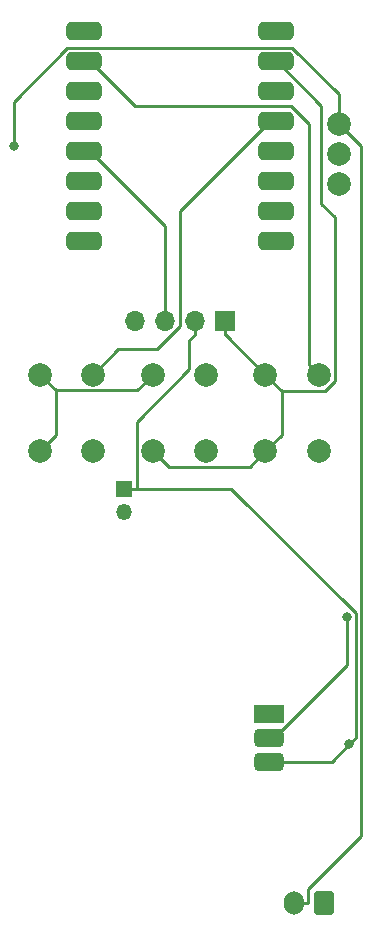
<source format=gbr>
%TF.GenerationSoftware,KiCad,Pcbnew,7.0.7*%
%TF.CreationDate,2024-05-12T05:58:01-05:00*%
%TF.ProjectId,ThinkTankTimerVote,5468696e-6b54-4616-9e6b-54696d657256,rev?*%
%TF.SameCoordinates,Original*%
%TF.FileFunction,Copper,L2,Bot*%
%TF.FilePolarity,Positive*%
%FSLAX46Y46*%
G04 Gerber Fmt 4.6, Leading zero omitted, Abs format (unit mm)*
G04 Created by KiCad (PCBNEW 7.0.7) date 2024-05-12 05:58:01*
%MOMM*%
%LPD*%
G01*
G04 APERTURE LIST*
G04 Aperture macros list*
%AMRoundRect*
0 Rectangle with rounded corners*
0 $1 Rounding radius*
0 $2 $3 $4 $5 $6 $7 $8 $9 X,Y pos of 4 corners*
0 Add a 4 corners polygon primitive as box body*
4,1,4,$2,$3,$4,$5,$6,$7,$8,$9,$2,$3,0*
0 Add four circle primitives for the rounded corners*
1,1,$1+$1,$2,$3*
1,1,$1+$1,$4,$5*
1,1,$1+$1,$6,$7*
1,1,$1+$1,$8,$9*
0 Add four rect primitives between the rounded corners*
20,1,$1+$1,$2,$3,$4,$5,0*
20,1,$1+$1,$4,$5,$6,$7,0*
20,1,$1+$1,$6,$7,$8,$9,0*
20,1,$1+$1,$8,$9,$2,$3,0*%
G04 Aperture macros list end*
%TA.AperFunction,ComponentPad*%
%ADD10C,2.000000*%
%TD*%
%TA.AperFunction,ComponentPad*%
%ADD11R,1.700000X1.700000*%
%TD*%
%TA.AperFunction,ComponentPad*%
%ADD12O,1.700000X1.700000*%
%TD*%
%TA.AperFunction,ComponentPad*%
%ADD13RoundRect,0.381000X-1.119000X-0.381000X1.119000X-0.381000X1.119000X0.381000X-1.119000X0.381000X0*%
%TD*%
%TA.AperFunction,ComponentPad*%
%ADD14R,2.524000X1.524000*%
%TD*%
%TA.AperFunction,ComponentPad*%
%ADD15RoundRect,0.381000X-0.881000X-0.381000X0.881000X-0.381000X0.881000X0.381000X-0.881000X0.381000X0*%
%TD*%
%TA.AperFunction,ComponentPad*%
%ADD16RoundRect,0.250000X0.600000X0.750000X-0.600000X0.750000X-0.600000X-0.750000X0.600000X-0.750000X0*%
%TD*%
%TA.AperFunction,ComponentPad*%
%ADD17O,1.700000X2.000000*%
%TD*%
%TA.AperFunction,ComponentPad*%
%ADD18R,1.350000X1.350000*%
%TD*%
%TA.AperFunction,ComponentPad*%
%ADD19O,1.350000X1.350000*%
%TD*%
%TA.AperFunction,ViaPad*%
%ADD20C,0.800000*%
%TD*%
%TA.AperFunction,Conductor*%
%ADD21C,0.250000*%
%TD*%
G04 APERTURE END LIST*
D10*
%TO.P,SW3,1,1*%
%TO.N,GND*%
X182245000Y-105410000D03*
X182245000Y-98910000D03*
%TO.P,SW3,2,2*%
%TO.N,Middle*%
X186745000Y-105410000D03*
X186745000Y-98910000D03*
%TD*%
%TO.P,SW2,1,1*%
%TO.N,GND*%
X172665000Y-105410000D03*
X172665000Y-98910000D03*
%TO.P,SW2,2,2*%
%TO.N,Left*%
X177165000Y-105410000D03*
X177165000Y-98910000D03*
%TD*%
D11*
%TO.P,J4,1,Pin_1*%
%TO.N,GND*%
X188341000Y-94361000D03*
D12*
%TO.P,J4,2,Pin_2*%
%TO.N,+3V3*%
X185801000Y-94361000D03*
%TO.P,J4,3,Pin_3*%
%TO.N,SCL*%
X183261000Y-94361000D03*
%TO.P,J4,4,Pin_4*%
%TO.N,SDA*%
X180721000Y-94361000D03*
%TD*%
D13*
%TO.P,U1,0,GPIO0*%
%TO.N,unconnected-(U1-GPIO0-Pad0)*%
X192651000Y-87630000D03*
%TO.P,U1,1,GPIO1*%
%TO.N,unconnected-(U1-GPIO1-Pad1)*%
X192651000Y-85090000D03*
%TO.P,U1,2,GPIO2*%
%TO.N,ADC2*%
X192651000Y-82550000D03*
%TO.P,U1,3,GPIO3*%
%TO.N,ADC3*%
X192651000Y-80010000D03*
%TO.P,U1,4,GPIO4*%
%TO.N,Left*%
X192651000Y-77470000D03*
%TO.P,U1,5,GPIO5*%
%TO.N,Middle*%
X176411000Y-69850000D03*
%TO.P,U1,6,GPIO6*%
%TO.N,Right*%
X176411000Y-72390000D03*
%TO.P,U1,7,GPIO7*%
%TO.N,unconnected-(U1-GPIO7-Pad7)*%
X176411000Y-74930000D03*
%TO.P,U1,8,GPIO8*%
%TO.N,SDA*%
X176411000Y-77470000D03*
%TO.P,U1,9,GPIO9*%
%TO.N,SCL*%
X176411000Y-80010000D03*
%TO.P,U1,10,GPIO10*%
%TO.N,unconnected-(U1-GPIO10-Pad10)*%
X176411000Y-82550000D03*
%TO.P,U1,20,GPIO20*%
%TO.N,ScreenSig*%
X176411000Y-85090000D03*
%TO.P,U1,21,GPIO21*%
%TO.N,MotSig*%
X176411000Y-87630000D03*
%TO.P,U1,100,5V*%
%TO.N,+5V*%
X192651000Y-69850000D03*
%TO.P,U1,101,GND*%
%TO.N,GND*%
X192651000Y-72390000D03*
%TO.P,U1,102,3V3*%
%TO.N,+3V3*%
X192651000Y-74930000D03*
%TD*%
D10*
%TO.P,SW1,1,A*%
%TO.N,Batt+*%
X197993000Y-77724000D03*
%TO.P,SW1,2,B*%
%TO.N,VILDO*%
X197993000Y-80264000D03*
%TO.P,SW1,3,C*%
%TO.N,+5V*%
X197993000Y-82804000D03*
%TD*%
%TO.P,SW4,1,1*%
%TO.N,GND*%
X191770000Y-105410000D03*
X191770000Y-98910000D03*
%TO.P,SW4,2,2*%
%TO.N,Right*%
X196270000Y-105410000D03*
X196270000Y-98910000D03*
%TD*%
D14*
%TO.P,L1,1,GND*%
%TO.N,GND*%
X192032000Y-127635000D03*
D15*
%TO.P,L1,2,VI*%
%TO.N,VILDO*%
X192032000Y-129667000D03*
%TO.P,L1,3,VO*%
%TO.N,+3V3*%
X192032000Y-131699000D03*
%TD*%
D16*
%TO.P,J1,1,Pin_1*%
%TO.N,GND*%
X196703000Y-143644500D03*
D17*
%TO.P,J1,2,Pin_2*%
%TO.N,Batt+*%
X194203000Y-143644500D03*
%TD*%
D18*
%TO.P,J2,1,Pin_1*%
%TO.N,+3V3*%
X179832000Y-108585000D03*
D19*
%TO.P,J2,2,Pin_2*%
%TO.N,Motor-*%
X179832000Y-110585000D03*
%TD*%
D20*
%TO.N,+3V3*%
X198858000Y-130227000D03*
%TO.N,Batt+*%
X170445000Y-79596000D03*
%TO.N,VILDO*%
X198694000Y-119477000D03*
%TD*%
D21*
%TO.N,GND*%
X191770000Y-98910000D02*
X188397900Y-95537900D01*
X174012000Y-100256000D02*
X180898000Y-100256000D01*
X196800000Y-100283000D02*
X197636000Y-99447400D01*
X196495000Y-76179600D02*
X192706000Y-72390000D01*
X193143000Y-100283000D02*
X196800000Y-100283000D01*
X182245000Y-105410000D02*
X183575000Y-106740000D01*
X188341000Y-94361000D02*
X188341000Y-95537900D01*
X193143000Y-104037000D02*
X193143000Y-100283000D01*
X191770000Y-105410000D02*
X193143000Y-104037000D01*
X197636000Y-85596300D02*
X196495000Y-84455900D01*
X197636000Y-99447400D02*
X197636000Y-85596300D01*
X196495000Y-84455900D02*
X196495000Y-76179600D01*
X192706000Y-72390000D02*
X192151000Y-72390000D01*
X180898000Y-100256000D02*
X182245000Y-98910000D01*
X172665000Y-98910000D02*
X174012000Y-100256000D01*
X172665000Y-105410000D02*
X174012000Y-104064000D01*
X183575000Y-106740000D02*
X190440000Y-106740000D01*
X191770000Y-98910000D02*
X193143000Y-100283000D01*
X190440000Y-106740000D02*
X191770000Y-105410000D01*
X174012000Y-104064000D02*
X174012000Y-100256000D01*
X188397900Y-95537900D02*
X188341000Y-95537900D01*
%TO.N,+3V3*%
X180864000Y-108585000D02*
X188875000Y-108585000D01*
X188875000Y-108585000D02*
X199422000Y-119131000D01*
X185313000Y-96025500D02*
X185801000Y-95537900D01*
X192532000Y-131699000D02*
X197386000Y-131699000D01*
X199422000Y-119131000D02*
X199422000Y-129664000D01*
X180864000Y-108585000D02*
X180864000Y-102916000D01*
X197386000Y-131699000D02*
X198858000Y-130227000D01*
X185313000Y-98467200D02*
X185313000Y-96025500D01*
X185801000Y-95537900D02*
X185801000Y-94361000D01*
X180864000Y-102916000D02*
X185313000Y-98467200D01*
X179832000Y-108585000D02*
X180864000Y-108585000D01*
X199422000Y-129664000D02*
X198858000Y-130227000D01*
%TO.N,SCL*%
X176911000Y-80010000D02*
X183261000Y-86360000D01*
X183261000Y-86360000D02*
X183261000Y-94361000D01*
%TO.N,Left*%
X184531000Y-85090000D02*
X192151000Y-77470000D01*
X179287000Y-96788000D02*
X182561000Y-96788000D01*
X184531000Y-94818300D02*
X184531000Y-85090000D01*
X182561000Y-96788000D02*
X184531000Y-94818300D01*
X177165000Y-98910000D02*
X179287000Y-96788000D01*
%TO.N,Right*%
X195442000Y-77730800D02*
X195442000Y-98082500D01*
X193912000Y-76200000D02*
X195442000Y-77730800D01*
X176911000Y-72390000D02*
X180721000Y-76200000D01*
X195442000Y-98082500D02*
X196270000Y-98910000D01*
X180721000Y-76200000D02*
X193912000Y-76200000D01*
%TO.N,Batt+*%
X195380000Y-143644000D02*
X194203500Y-143644000D01*
X199873000Y-137974000D02*
X195380000Y-142468000D01*
X170445000Y-75797900D02*
X174998000Y-71245400D01*
X195380000Y-142468000D02*
X195380000Y-143644000D01*
X197993000Y-77724000D02*
X199873000Y-79604400D01*
X174998000Y-71245400D02*
X194039000Y-71245400D01*
X194039000Y-71245400D02*
X197993000Y-75199500D01*
X197993000Y-75199500D02*
X197993000Y-77724000D01*
X199873000Y-79604400D02*
X199873000Y-137974000D01*
X194203500Y-143644000D02*
X194203000Y-143644000D01*
X194203500Y-143644000D02*
X194203000Y-143644500D01*
X170445000Y-79596000D02*
X170445000Y-75797900D01*
%TO.N,VILDO*%
X198694000Y-123504000D02*
X198694000Y-119477000D01*
X192532000Y-129667000D02*
X198694000Y-123504000D01*
%TD*%
M02*

</source>
